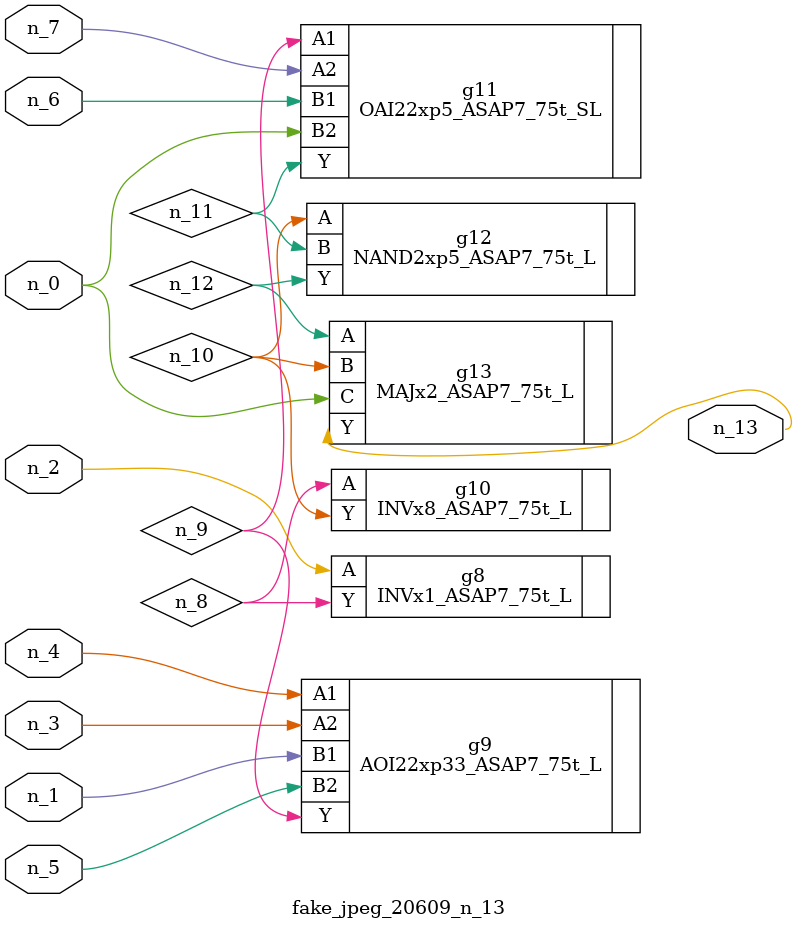
<source format=v>
module fake_jpeg_20609_n_13 (n_3, n_2, n_1, n_0, n_4, n_6, n_5, n_7, n_13);

input n_3;
input n_2;
input n_1;
input n_0;
input n_4;
input n_6;
input n_5;
input n_7;

output n_13;

wire n_11;
wire n_10;
wire n_12;
wire n_8;
wire n_9;

INVx1_ASAP7_75t_L g8 ( 
.A(n_2),
.Y(n_8)
);

AOI22xp33_ASAP7_75t_L g9 ( 
.A1(n_4),
.A2(n_3),
.B1(n_1),
.B2(n_5),
.Y(n_9)
);

INVx8_ASAP7_75t_L g10 ( 
.A(n_8),
.Y(n_10)
);

NAND2xp5_ASAP7_75t_L g12 ( 
.A(n_10),
.B(n_11),
.Y(n_12)
);

OAI22xp5_ASAP7_75t_SL g11 ( 
.A1(n_9),
.A2(n_7),
.B1(n_6),
.B2(n_0),
.Y(n_11)
);

MAJx2_ASAP7_75t_L g13 ( 
.A(n_12),
.B(n_10),
.C(n_0),
.Y(n_13)
);


endmodule
</source>
